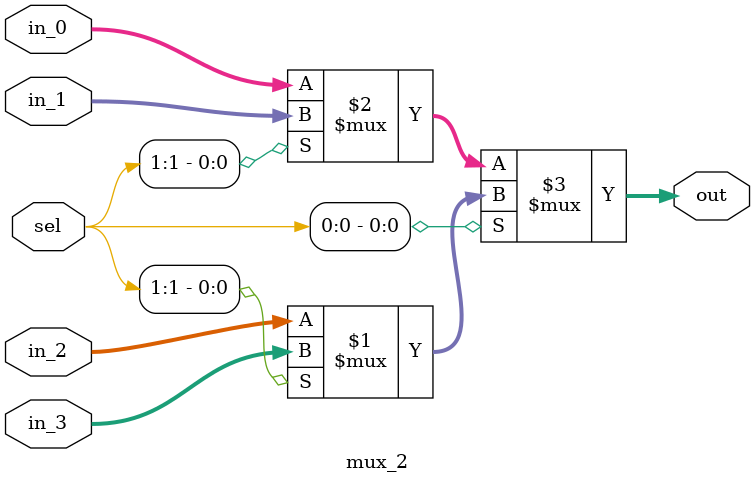
<source format=v>
`timescale 1ns / 1ps
module mux_2(
	input [0:7] in_0, in_1, in_2, in_3,
	input [0:1] sel,
	output wire [0:7] out
    );

assign out = sel[0] ? ( sel[1] ? (in_3) : (in_2) ) : ( sel[1] ? (in_1) : (in_0) );

endmodule

</source>
